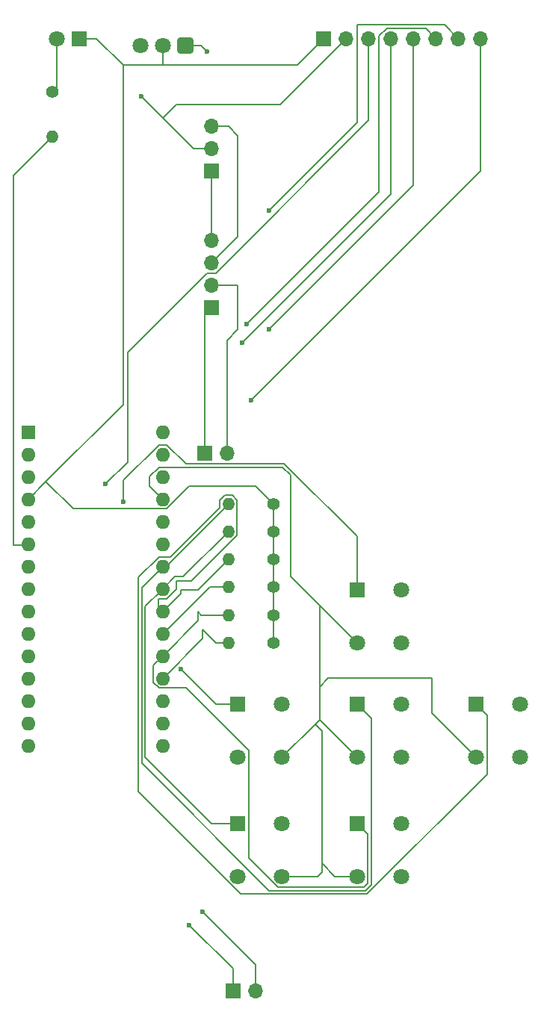
<source format=gbr>
%TF.GenerationSoftware,KiCad,Pcbnew,8.0.5*%
%TF.CreationDate,2024-10-10T14:23:18+02:00*%
%TF.ProjectId,universal_remote,756e6976-6572-4736-916c-5f72656d6f74,rev?*%
%TF.SameCoordinates,Original*%
%TF.FileFunction,Copper,L1,Top*%
%TF.FilePolarity,Positive*%
%FSLAX46Y46*%
G04 Gerber Fmt 4.6, Leading zero omitted, Abs format (unit mm)*
G04 Created by KiCad (PCBNEW 8.0.5) date 2024-10-10 14:23:18*
%MOMM*%
%LPD*%
G01*
G04 APERTURE LIST*
G04 Aperture macros list*
%AMRoundRect*
0 Rectangle with rounded corners*
0 $1 Rounding radius*
0 $2 $3 $4 $5 $6 $7 $8 $9 X,Y pos of 4 corners*
0 Add a 4 corners polygon primitive as box body*
4,1,4,$2,$3,$4,$5,$6,$7,$8,$9,$2,$3,0*
0 Add four circle primitives for the rounded corners*
1,1,$1+$1,$2,$3*
1,1,$1+$1,$4,$5*
1,1,$1+$1,$6,$7*
1,1,$1+$1,$8,$9*
0 Add four rect primitives between the rounded corners*
20,1,$1+$1,$2,$3,$4,$5,0*
20,1,$1+$1,$4,$5,$6,$7,0*
20,1,$1+$1,$6,$7,$8,$9,0*
20,1,$1+$1,$8,$9,$2,$3,0*%
G04 Aperture macros list end*
%TA.AperFunction,ComponentPad*%
%ADD10C,1.400000*%
%TD*%
%TA.AperFunction,ComponentPad*%
%ADD11O,1.400000X1.400000*%
%TD*%
%TA.AperFunction,ComponentPad*%
%ADD12R,1.700000X1.700000*%
%TD*%
%TA.AperFunction,ComponentPad*%
%ADD13O,1.700000X1.700000*%
%TD*%
%TA.AperFunction,ComponentPad*%
%ADD14R,1.800000X1.800000*%
%TD*%
%TA.AperFunction,ComponentPad*%
%ADD15C,1.800000*%
%TD*%
%TA.AperFunction,ComponentPad*%
%ADD16RoundRect,0.248400X0.651600X0.651600X-0.651600X0.651600X-0.651600X-0.651600X0.651600X-0.651600X0*%
%TD*%
%TA.AperFunction,ComponentPad*%
%ADD17R,1.600000X1.600000*%
%TD*%
%TA.AperFunction,ComponentPad*%
%ADD18O,1.600000X1.600000*%
%TD*%
%TA.AperFunction,ViaPad*%
%ADD19C,0.600000*%
%TD*%
%TA.AperFunction,Conductor*%
%ADD20C,0.200000*%
%TD*%
G04 APERTURE END LIST*
D10*
%TO.P,R4,1*%
%TO.N,Net-(D1-K)*%
X131500000Y-101200000D03*
D11*
%TO.P,R4,2*%
%TO.N,Net-(A1-A2)*%
X126420000Y-101200000D03*
%TD*%
D10*
%TO.P,R5,1*%
%TO.N,Net-(D1-K)*%
X131500000Y-98050000D03*
D11*
%TO.P,R5,2*%
%TO.N,Net-(A1-A3)*%
X126420000Y-98050000D03*
%TD*%
D10*
%TO.P,R6,1*%
%TO.N,Net-(D1-K)*%
X131500000Y-94900000D03*
D11*
%TO.P,R6,2*%
%TO.N,Net-(A1-A4)*%
X126420000Y-94900000D03*
%TD*%
D10*
%TO.P,R2,1*%
%TO.N,Net-(D1-K)*%
X131500000Y-107500000D03*
D11*
%TO.P,R2,2*%
%TO.N,Net-(A1-A0)*%
X126420000Y-107500000D03*
%TD*%
D12*
%TO.P,J1,1,Pin_1*%
%TO.N,Net-(D1-K)*%
X137220000Y-39000000D03*
D13*
%TO.P,J1,2,Pin_2*%
%TO.N,Net-(A1-+5V)*%
X139760000Y-39000000D03*
%TO.P,J1,3,Pin_3*%
%TO.N,Net-(A1-D13)*%
X142300000Y-39000000D03*
%TO.P,J1,4,Pin_4*%
%TO.N,Net-(A1-D11)*%
X144840000Y-39000000D03*
%TO.P,J1,5,Pin_5*%
%TO.N,Net-(A1-D8)*%
X147380000Y-39000000D03*
%TO.P,J1,6,Pin_6*%
%TO.N,Net-(A1-D9)*%
X149920000Y-39000000D03*
%TO.P,J1,7,Pin_7*%
%TO.N,Net-(A1-D10)*%
X152460000Y-39000000D03*
%TO.P,J1,8,Pin_8*%
%TO.N,Net-(A1-3V3)*%
X155000000Y-39000000D03*
%TD*%
D14*
%TO.P,SW4,1,A*%
%TO.N,Net-(A1-A3)*%
X154500000Y-114500000D03*
D15*
%TO.P,SW4,2,A*%
X159500000Y-114500000D03*
%TO.P,SW4,3,B*%
%TO.N,Net-(A1-+5V)*%
X154500000Y-120500000D03*
%TO.P,SW4,4,B*%
X159500000Y-120500000D03*
%TD*%
D14*
%TO.P,SW2,1,A*%
%TO.N,Net-(A1-A5)*%
X141000000Y-114500000D03*
D15*
%TO.P,SW2,2,A*%
X146000000Y-114500000D03*
%TO.P,SW2,3,B*%
%TO.N,Net-(A1-+5V)*%
X141000000Y-120500000D03*
%TO.P,SW2,4,B*%
X146000000Y-120500000D03*
%TD*%
D12*
%TO.P,J2,1,Pin_1*%
%TO.N,Net-(BT1-+)*%
X126960000Y-147000000D03*
D13*
%TO.P,J2,2,Pin_2*%
%TO.N,Net-(BT1--)*%
X129500000Y-147000000D03*
%TD*%
D14*
%TO.P,SW3,1,A*%
%TO.N,Net-(A1-A1)*%
X141000000Y-128000000D03*
D15*
%TO.P,SW3,2,A*%
X146000000Y-128000000D03*
%TO.P,SW3,3,B*%
%TO.N,Net-(A1-+5V)*%
X141000000Y-134000000D03*
%TO.P,SW3,4,B*%
X146000000Y-134000000D03*
%TD*%
D14*
%TO.P,SW1,1,A*%
%TO.N,Net-(A1-A0)*%
X141000000Y-101500000D03*
D15*
%TO.P,SW1,2,A*%
X146000000Y-101500000D03*
%TO.P,SW1,3,B*%
%TO.N,Net-(A1-+5V)*%
X141000000Y-107500000D03*
%TO.P,SW1,4,B*%
X146000000Y-107500000D03*
%TD*%
D10*
%TO.P,R7,1*%
%TO.N,Net-(D1-K)*%
X131500000Y-91750000D03*
D11*
%TO.P,R7,2*%
%TO.N,Net-(A1-A5)*%
X126420000Y-91750000D03*
%TD*%
D16*
%TO.P,U1,1,OUT*%
%TO.N,Net-(A1-D2)*%
X121500000Y-39815000D03*
D15*
%TO.P,U1,2,GND*%
%TO.N,Net-(D1-K)*%
X118960000Y-39815000D03*
%TO.P,U1,3,Vs*%
%TO.N,Net-(A1-+5V)*%
X116420000Y-39815000D03*
%TD*%
D17*
%TO.P,A1,1,D1/TX*%
%TO.N,unconnected-(A1-D1{slash}TX-Pad1)*%
X103760000Y-83600000D03*
D18*
%TO.P,A1,2,D0/RX*%
%TO.N,unconnected-(A1-D0{slash}RX-Pad2)*%
X103760000Y-86140000D03*
%TO.P,A1,3,~{RESET}*%
%TO.N,unconnected-(A1-~{RESET}-Pad3)*%
X103760000Y-88680000D03*
%TO.P,A1,4,GND*%
%TO.N,Net-(D1-K)*%
X103760000Y-91220000D03*
%TO.P,A1,5,D2*%
%TO.N,Net-(A1-D2)*%
X103760000Y-93760000D03*
%TO.P,A1,6,D3*%
%TO.N,Net-(A1-D3)*%
X103760000Y-96300000D03*
%TO.P,A1,7,D4*%
%TO.N,unconnected-(A1-D4-Pad7)*%
X103760000Y-98840000D03*
%TO.P,A1,8,D5*%
%TO.N,unconnected-(A1-D5-Pad8)*%
X103760000Y-101380000D03*
%TO.P,A1,9,D6*%
%TO.N,unconnected-(A1-D6-Pad9)*%
X103760000Y-103920000D03*
%TO.P,A1,10,D7*%
%TO.N,unconnected-(A1-D7-Pad10)*%
X103760000Y-106460000D03*
%TO.P,A1,11,D8*%
%TO.N,Net-(A1-D8)*%
X103760000Y-109000000D03*
%TO.P,A1,12,D9*%
%TO.N,Net-(A1-D9)*%
X103760000Y-111540000D03*
%TO.P,A1,13,D10*%
%TO.N,Net-(A1-D10)*%
X103760000Y-114080000D03*
%TO.P,A1,14,D11*%
%TO.N,Net-(A1-D11)*%
X103760000Y-116620000D03*
%TO.P,A1,15,D12*%
%TO.N,unconnected-(A1-D12-Pad15)*%
X103760000Y-119160000D03*
%TO.P,A1,16,D13*%
%TO.N,Net-(A1-D13)*%
X119000000Y-119160000D03*
%TO.P,A1,17,3V3*%
%TO.N,Net-(A1-3V3)*%
X119000000Y-116620000D03*
%TO.P,A1,18,AREF*%
%TO.N,unconnected-(A1-AREF-Pad18)*%
X119000000Y-114080000D03*
%TO.P,A1,19,A0*%
%TO.N,Net-(A1-A0)*%
X119000000Y-111540000D03*
%TO.P,A1,20,A1*%
%TO.N,Net-(A1-A1)*%
X119000000Y-109000000D03*
%TO.P,A1,21,A2*%
%TO.N,Net-(A1-A2)*%
X119000000Y-106460000D03*
%TO.P,A1,22,A3*%
%TO.N,Net-(A1-A3)*%
X119000000Y-103920000D03*
%TO.P,A1,23,A4*%
%TO.N,Net-(A1-A4)*%
X119000000Y-101380000D03*
%TO.P,A1,24,A5*%
%TO.N,Net-(A1-A5)*%
X119000000Y-98840000D03*
%TO.P,A1,25,A6*%
%TO.N,unconnected-(A1-A6-Pad25)*%
X119000000Y-96300000D03*
%TO.P,A1,26,A7*%
%TO.N,unconnected-(A1-A7-Pad26)*%
X119000000Y-93760000D03*
%TO.P,A1,27,+5V*%
%TO.N,Net-(A1-+5V)*%
X119000000Y-91220000D03*
%TO.P,A1,28,~{RESET}*%
%TO.N,unconnected-(A1-~{RESET}-Pad28)*%
X119000000Y-88680000D03*
%TO.P,A1,29,GND*%
%TO.N,unconnected-(A1-GND-Pad29)*%
X119000000Y-86140000D03*
%TO.P,A1,30,VIN*%
%TO.N,unconnected-(A1-VIN-Pad30)*%
X119000000Y-83600000D03*
%TD*%
D10*
%TO.P,R1,1*%
%TO.N,Net-(D1-A)*%
X106500000Y-45000000D03*
D11*
%TO.P,R1,2*%
%TO.N,Net-(A1-D3)*%
X106500000Y-50080000D03*
%TD*%
D14*
%TO.P,SW5,1,A*%
%TO.N,Net-(A1-A2)*%
X127500000Y-114500000D03*
D15*
%TO.P,SW5,2,A*%
X132500000Y-114500000D03*
%TO.P,SW5,3,B*%
%TO.N,Net-(A1-+5V)*%
X127500000Y-120500000D03*
%TO.P,SW5,4,B*%
X132500000Y-120500000D03*
%TD*%
D14*
%TO.P,D1,1,K*%
%TO.N,Net-(D1-K)*%
X109500000Y-39000000D03*
D15*
%TO.P,D1,2,A*%
%TO.N,Net-(D1-A)*%
X106960000Y-39000000D03*
%TD*%
D10*
%TO.P,R3,1*%
%TO.N,Net-(D1-K)*%
X131500000Y-104350000D03*
D11*
%TO.P,R3,2*%
%TO.N,Net-(A1-A1)*%
X126420000Y-104350000D03*
%TD*%
D12*
%TO.P,J3,1,Pin_1*%
%TO.N,Net-(BT1-+)*%
X124500000Y-69500000D03*
D13*
%TO.P,J3,2,Pin_2*%
%TO.N,Net-(BT1--)*%
X124500000Y-66960000D03*
%TO.P,J3,3,Pin_3*%
%TO.N,Net-(J3-Pin_3)*%
X124500000Y-64420000D03*
%TO.P,J3,4,Pin_4*%
%TO.N,Net-(D1-K)*%
X124500000Y-61880000D03*
%TD*%
D12*
%TO.P,BT1,1,+*%
%TO.N,Net-(BT1-+)*%
X123725000Y-86000000D03*
D13*
%TO.P,BT1,2,-*%
%TO.N,Net-(BT1--)*%
X126265000Y-86000000D03*
%TD*%
D12*
%TO.P,J4,1,Pin_1*%
%TO.N,Net-(D1-K)*%
X124500000Y-54000000D03*
D13*
%TO.P,J4,2,Pin_2*%
%TO.N,Net-(A1-+5V)*%
X124500000Y-51460000D03*
%TO.P,J4,3,Pin_3*%
%TO.N,Net-(J3-Pin_3)*%
X124500000Y-48920000D03*
%TD*%
D14*
%TO.P,SW6,1,A*%
%TO.N,Net-(A1-A4)*%
X127500000Y-128000000D03*
D15*
%TO.P,SW6,2,A*%
X132500000Y-128000000D03*
%TO.P,SW6,3,B*%
%TO.N,Net-(A1-+5V)*%
X127500000Y-134000000D03*
%TO.P,SW6,4,B*%
X132500000Y-134000000D03*
%TD*%
D19*
%TO.N,Net-(BT1-+)*%
X122000000Y-139500000D03*
%TO.N,Net-(BT1--)*%
X123500000Y-138000000D03*
%TO.N,Net-(A1-D10)*%
X131000000Y-58500000D03*
%TO.N,Net-(A1-D13)*%
X112500000Y-89500000D03*
%TO.N,Net-(A1-D9)*%
X128500000Y-71400000D03*
%TO.N,Net-(A1-+5V)*%
X116500000Y-45500000D03*
%TO.N,Net-(A1-A0)*%
X114500000Y-91500000D03*
%TO.N,Net-(A1-A2)*%
X121000000Y-110500000D03*
%TO.N,Net-(A1-3V3)*%
X129000000Y-80000000D03*
%TO.N,Net-(A1-D2)*%
X124000000Y-40500000D03*
%TO.N,Net-(A1-D8)*%
X131000000Y-72000000D03*
%TO.N,Net-(A1-D11)*%
X128000000Y-73500000D03*
%TD*%
D20*
%TO.N,Net-(BT1-+)*%
X126960000Y-144460000D02*
X122000000Y-139500000D01*
X123725000Y-70275000D02*
X124500000Y-69500000D01*
X123725000Y-86000000D02*
X123725000Y-70275000D01*
X126960000Y-147000000D02*
X126960000Y-144460000D01*
%TO.N,Net-(BT1--)*%
X127460000Y-66960000D02*
X124500000Y-66960000D01*
X129500000Y-144000000D02*
X123500000Y-138000000D01*
X126265000Y-86000000D02*
X126265000Y-73235000D01*
X126265000Y-73235000D02*
X127500000Y-72000000D01*
X127500000Y-67000000D02*
X127460000Y-66960000D01*
X127500000Y-72000000D02*
X127500000Y-67000000D01*
X129500000Y-147000000D02*
X129500000Y-144000000D01*
%TO.N,Net-(A1-D10)*%
X141000000Y-37500000D02*
X141000000Y-48500000D01*
X141050000Y-37450000D02*
X141000000Y-37500000D01*
X141000000Y-48500000D02*
X131000000Y-58500000D01*
X152460000Y-39000000D02*
X150910000Y-37450000D01*
X150910000Y-37450000D02*
X141050000Y-37450000D01*
%TO.N,Net-(A1-D13)*%
X115000000Y-74593654D02*
X115000000Y-87000000D01*
X115000000Y-87000000D02*
X112500000Y-89500000D01*
X142300000Y-39000000D02*
X142300000Y-48246346D01*
X124023654Y-65570000D02*
X115000000Y-74593654D01*
X142300000Y-48246346D02*
X124976346Y-65570000D01*
X124976346Y-65570000D02*
X124023654Y-65570000D01*
%TO.N,Net-(A1-D9)*%
X143500000Y-38713654D02*
X143500000Y-56400000D01*
X148770000Y-37850000D02*
X144363654Y-37850000D01*
X144363654Y-37850000D02*
X143500000Y-38713654D01*
X143500000Y-56400000D02*
X128500000Y-71400000D01*
X149920000Y-39000000D02*
X148770000Y-37850000D01*
%TO.N,Net-(D1-K)*%
X121995635Y-89780000D02*
X119455635Y-92320000D01*
X119000000Y-42000000D02*
X116460000Y-42000000D01*
X118960000Y-39815000D02*
X118960000Y-41960000D01*
X131500000Y-98050000D02*
X131500000Y-101200000D01*
X118960000Y-41960000D02*
X119000000Y-42000000D01*
X116460000Y-42000000D02*
X114500000Y-42000000D01*
X124500000Y-54000000D02*
X124500000Y-61880000D01*
X108820000Y-92320000D02*
X105740000Y-89240000D01*
X137220000Y-39000000D02*
X134220000Y-42000000D01*
X114500000Y-42000000D02*
X114500000Y-80480000D01*
X119455635Y-92320000D02*
X108820000Y-92320000D01*
X111500000Y-39000000D02*
X114500000Y-42000000D01*
X129530000Y-89780000D02*
X121995635Y-89780000D01*
X131500000Y-91750000D02*
X129530000Y-89780000D01*
X131500000Y-91750000D02*
X131500000Y-94900000D01*
X131500000Y-94900000D02*
X131500000Y-98050000D01*
X131500000Y-101200000D02*
X131500000Y-104350000D01*
X109500000Y-39000000D02*
X111500000Y-39000000D01*
X114500000Y-80480000D02*
X105740000Y-89240000D01*
X131500000Y-104350000D02*
X131500000Y-107500000D01*
X134220000Y-42000000D02*
X119000000Y-42000000D01*
X105740000Y-89240000D02*
X103760000Y-91220000D01*
%TO.N,Net-(A1-+5V)*%
X136750000Y-111500000D02*
X136750000Y-103250000D01*
X132260000Y-46500000D02*
X120500000Y-46500000D01*
X136500000Y-134000000D02*
X137000000Y-133500000D01*
X136750000Y-112500000D02*
X136750000Y-111500000D01*
X136250000Y-116750000D02*
X136750000Y-116250000D01*
X122460000Y-51460000D02*
X119000000Y-48000000D01*
X118544365Y-87580000D02*
X117500000Y-88624365D01*
X133500000Y-100000000D02*
X133500000Y-88500000D01*
X141000000Y-134000000D02*
X138500000Y-134000000D01*
X132500000Y-134000000D02*
X136500000Y-134000000D01*
X149500000Y-115500000D02*
X149500000Y-111500000D01*
X149500000Y-111500000D02*
X137750000Y-111500000D01*
X137750000Y-111500000D02*
X136750000Y-112500000D01*
X132500000Y-120500000D02*
X136250000Y-116750000D01*
X120500000Y-46500000D02*
X119000000Y-48000000D01*
X137000000Y-133500000D02*
X137000000Y-132500000D01*
X141000000Y-120500000D02*
X136750000Y-116250000D01*
X138500000Y-134000000D02*
X137000000Y-132500000D01*
X132580000Y-87580000D02*
X118544365Y-87580000D01*
X139760000Y-39000000D02*
X132260000Y-46500000D01*
X136750000Y-103250000D02*
X133500000Y-100000000D01*
X119000000Y-48000000D02*
X116500000Y-45500000D01*
X137000000Y-132500000D02*
X137000000Y-117500000D01*
X117500000Y-89720000D02*
X119000000Y-91220000D01*
X124500000Y-51460000D02*
X122460000Y-51460000D01*
X137000000Y-117500000D02*
X136250000Y-116750000D01*
X141000000Y-107500000D02*
X136750000Y-103250000D01*
X117500000Y-88624365D02*
X117500000Y-89720000D01*
X136750000Y-116250000D02*
X136750000Y-112500000D01*
X154500000Y-120500000D02*
X149500000Y-115500000D01*
X133500000Y-88500000D02*
X132580000Y-87580000D01*
%TO.N,Net-(A1-A5)*%
X141965686Y-135600000D02*
X131034314Y-135600000D01*
X131034314Y-135600000D02*
X116600000Y-121165686D01*
X126420000Y-91750000D02*
X119330000Y-98840000D01*
X142600000Y-116100000D02*
X142600000Y-134965686D01*
X119330000Y-98840000D02*
X119000000Y-98840000D01*
X142600000Y-134965686D02*
X141965686Y-135600000D01*
X116600000Y-121165686D02*
X116600000Y-101240000D01*
X116600000Y-101240000D02*
X119000000Y-98840000D01*
X141000000Y-114500000D02*
X142600000Y-116100000D01*
%TO.N,Net-(A1-A0)*%
X123500000Y-106000000D02*
X123500000Y-107040000D01*
X125000000Y-107500000D02*
X123500000Y-106000000D01*
X132745686Y-87180000D02*
X121595635Y-87180000D01*
X118544365Y-85040000D02*
X114500000Y-89084365D01*
X114500000Y-89084365D02*
X114500000Y-91500000D01*
X123500000Y-107040000D02*
X119000000Y-111540000D01*
X119455635Y-85040000D02*
X118544365Y-85040000D01*
X126420000Y-107500000D02*
X125000000Y-107500000D01*
X121595635Y-87180000D02*
X119455635Y-85040000D01*
X141000000Y-95434314D02*
X132745686Y-87180000D01*
X141000000Y-101500000D02*
X141000000Y-95434314D01*
%TO.N,Net-(A1-A2)*%
X125000000Y-114500000D02*
X121000000Y-110500000D01*
X122460000Y-103000000D02*
X119000000Y-106460000D01*
X127500000Y-114500000D02*
X125000000Y-114500000D01*
X122500000Y-103000000D02*
X122460000Y-103000000D01*
X124300000Y-101200000D02*
X122500000Y-103000000D01*
X126420000Y-101200000D02*
X124300000Y-101200000D01*
%TO.N,Net-(A1-3V3)*%
X155000000Y-54000000D02*
X129000000Y-80000000D01*
X155000000Y-39000000D02*
X155000000Y-54000000D01*
%TO.N,Net-(A1-A1)*%
X132002943Y-135200000D02*
X128700000Y-131897057D01*
X118544365Y-112640000D02*
X117900000Y-111995635D01*
X126420000Y-104350000D02*
X123350000Y-104350000D01*
X142200000Y-129200000D02*
X142200000Y-134800000D01*
X117900000Y-110100000D02*
X119000000Y-109000000D01*
X142200000Y-134800000D02*
X141800000Y-135200000D01*
X141000000Y-128000000D02*
X142200000Y-129200000D01*
X128700000Y-119699999D02*
X121640001Y-112640000D01*
X123350000Y-104350000D02*
X123000000Y-104000000D01*
X123000000Y-105000000D02*
X119000000Y-109000000D01*
X117900000Y-111995635D02*
X117900000Y-110100000D01*
X123000000Y-104000000D02*
X123000000Y-105000000D01*
X121640001Y-112640000D02*
X118544365Y-112640000D01*
X141800000Y-135200000D02*
X132002943Y-135200000D01*
X128700000Y-131897057D02*
X128700000Y-119699999D01*
%TO.N,Net-(A1-D3)*%
X102100000Y-96400000D02*
X103660000Y-96400000D01*
X103660000Y-96400000D02*
X103760000Y-96300000D01*
X106500000Y-50080000D02*
X102100000Y-54480000D01*
X102100000Y-54480000D02*
X102100000Y-96400000D01*
%TO.N,Net-(A1-D2)*%
X121500000Y-39815000D02*
X123315000Y-39815000D01*
X123315000Y-39815000D02*
X124000000Y-40500000D01*
%TO.N,Net-(A1-A3)*%
X125420000Y-91335786D02*
X126005786Y-90750000D01*
X119844214Y-97740000D02*
X125420000Y-92164214D01*
X121000000Y-101500000D02*
X121000000Y-101920000D01*
X119435635Y-102500000D02*
X118500000Y-102500000D01*
X127420000Y-91335786D02*
X127420000Y-95314214D01*
X122970000Y-101500000D02*
X121000000Y-101500000D01*
X121000000Y-101920000D02*
X119000000Y-103920000D01*
X118500000Y-103420000D02*
X119000000Y-103920000D01*
X116200000Y-124397057D02*
X116200000Y-100084365D01*
X127802943Y-136000000D02*
X116200000Y-124397057D01*
X118544365Y-97740000D02*
X119844214Y-97740000D01*
X126834214Y-90750000D02*
X127420000Y-91335786D01*
X125420000Y-92164214D02*
X125420000Y-91335786D01*
X127420000Y-95314214D02*
X122234214Y-100500000D01*
X120500000Y-100500000D02*
X120500000Y-101435635D01*
X155700000Y-122431372D02*
X142131372Y-136000000D01*
X120500000Y-101435635D02*
X119435635Y-102500000D01*
X142131372Y-136000000D02*
X127802943Y-136000000D01*
X118500000Y-102500000D02*
X118500000Y-103420000D01*
X154500000Y-114500000D02*
X155700000Y-115700000D01*
X116200000Y-100084365D02*
X118544365Y-97740000D01*
X155700000Y-115700000D02*
X155700000Y-122431372D01*
X122234214Y-100500000D02*
X120500000Y-100500000D01*
X126420000Y-98050000D02*
X122970000Y-101500000D01*
X126005786Y-90750000D02*
X126834214Y-90750000D01*
%TO.N,Net-(A1-D8)*%
X147380000Y-55620000D02*
X131000000Y-72000000D01*
X147380000Y-39000000D02*
X147380000Y-55620000D01*
%TO.N,Net-(A1-D11)*%
X144840000Y-56660000D02*
X128000000Y-73500000D01*
X144840000Y-39000000D02*
X144840000Y-56660000D01*
%TO.N,Net-(A1-A4)*%
X124500000Y-128000000D02*
X117000000Y-120500000D01*
X126420000Y-94900000D02*
X121320000Y-100000000D01*
X120380000Y-100000000D02*
X119000000Y-101380000D01*
X121320000Y-100000000D02*
X120380000Y-100000000D01*
X127500000Y-128000000D02*
X124500000Y-128000000D01*
X117000000Y-120500000D02*
X117000000Y-103380000D01*
X117000000Y-103380000D02*
X119000000Y-101380000D01*
%TO.N,Net-(D1-A)*%
X106960000Y-44540000D02*
X106500000Y-45000000D01*
X106960000Y-39000000D02*
X106960000Y-44540000D01*
%TO.N,Net-(J3-Pin_3)*%
X126420000Y-48920000D02*
X124500000Y-48920000D01*
X127500000Y-61420000D02*
X127500000Y-50000000D01*
X124500000Y-64420000D02*
X127500000Y-61420000D01*
X127500000Y-50000000D02*
X126420000Y-48920000D01*
%TD*%
M02*

</source>
